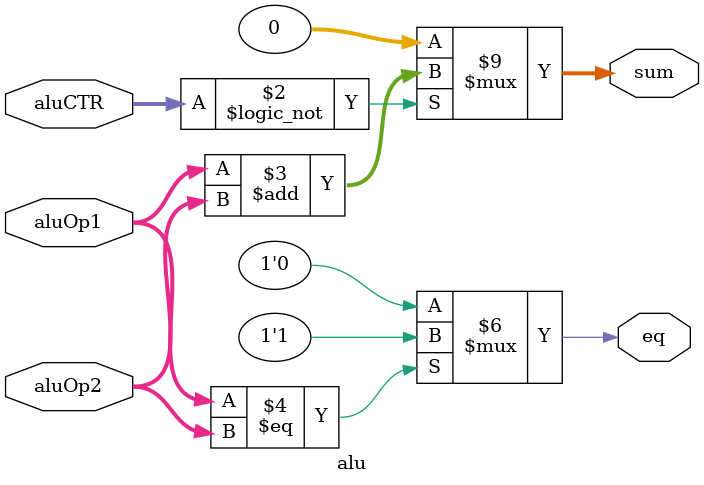
<source format=sv>
module alu (
    input logic [31:0] aluOp1,
    input logic [31:0] aluOp2,
    input logic [2:0] aluCTR,
    output logic [31:0] sum,
    output logic eq
);

always_comb begin
    if(aluCTR == 3'b0) sum = aluOp1 + aluOp2;
    else sum = 32'b0;
    if(aluOp1 == aluOp2) eq = 1;
    else eq = 0;
end

endmodule

</source>
